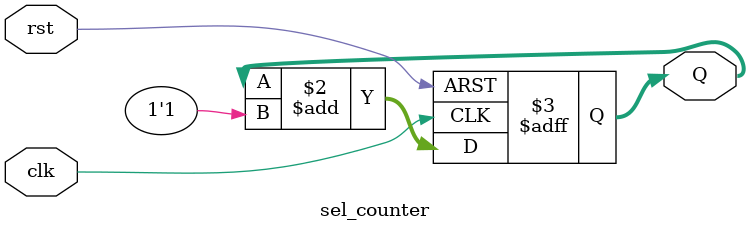
<source format=sv>
module sel_counter (
    input logic clk,    
    input logic rst,    
    output logic [2:0] Q 
);

    always_ff @(posedge clk or posedge rst) begin
        if (rst)
            Q <= 3'b000;
        else 
            Q <= Q + 1'b1;
    end

endmodule

</source>
